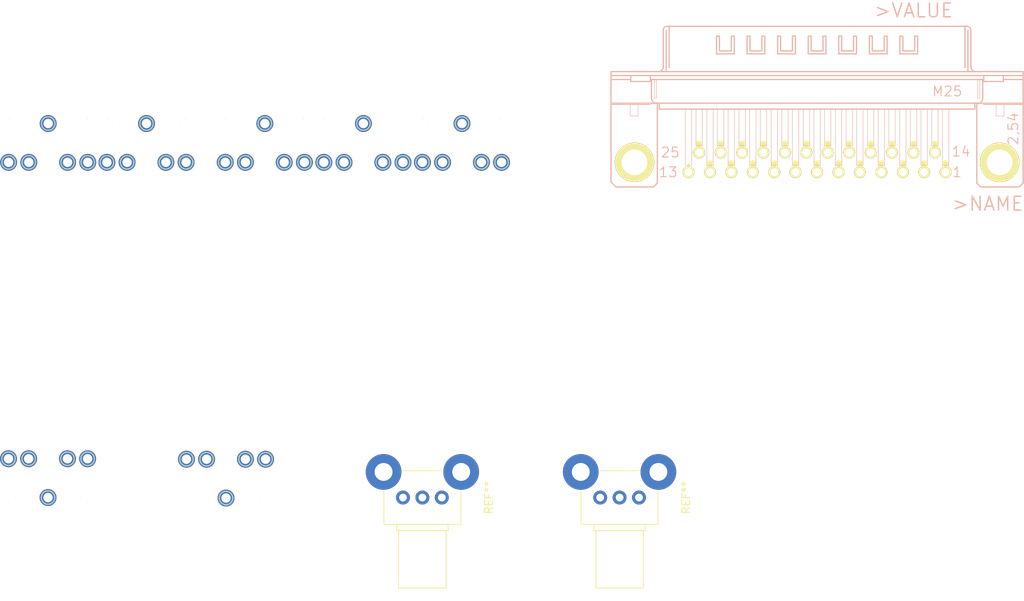
<source format=kicad_pcb>
(kicad_pcb (version 20171130) (host pcbnew 5.1.2-f72e74a~84~ubuntu16.04.1)

  (general
    (thickness 1.6)
    (drawings 0)
    (tracks 0)
    (zones 0)
    (modules 10)
    (nets 1)
  )

  (page A4)
  (layers
    (0 F.Cu signal)
    (31 B.Cu signal)
    (32 B.Adhes user)
    (33 F.Adhes user)
    (34 B.Paste user)
    (35 F.Paste user)
    (36 B.SilkS user)
    (37 F.SilkS user)
    (38 B.Mask user)
    (39 F.Mask user)
    (40 Dwgs.User user)
    (41 Cmts.User user)
    (42 Eco1.User user)
    (43 Eco2.User user)
    (44 Edge.Cuts user)
    (45 Margin user)
    (46 B.CrtYd user)
    (47 F.CrtYd user)
    (48 B.Fab user)
    (49 F.Fab user)
  )

  (setup
    (last_trace_width 0.25)
    (trace_clearance 0.2)
    (zone_clearance 0.508)
    (zone_45_only no)
    (trace_min 0.2)
    (via_size 0.8)
    (via_drill 0.4)
    (via_min_size 0.4)
    (via_min_drill 0.3)
    (uvia_size 0.3)
    (uvia_drill 0.1)
    (uvias_allowed no)
    (uvia_min_size 0.2)
    (uvia_min_drill 0.1)
    (edge_width 0.05)
    (segment_width 0.2)
    (pcb_text_width 0.3)
    (pcb_text_size 1.5 1.5)
    (mod_edge_width 0.12)
    (mod_text_size 1 1)
    (mod_text_width 0.15)
    (pad_size 1.524 1.524)
    (pad_drill 0.762)
    (pad_to_mask_clearance 0.051)
    (solder_mask_min_width 0.25)
    (aux_axis_origin 0 0)
    (visible_elements FFFFFF7F)
    (pcbplotparams
      (layerselection 0x010fc_ffffffff)
      (usegerberextensions false)
      (usegerberattributes false)
      (usegerberadvancedattributes false)
      (creategerberjobfile false)
      (excludeedgelayer true)
      (linewidth 0.100000)
      (plotframeref false)
      (viasonmask false)
      (mode 1)
      (useauxorigin false)
      (hpglpennumber 1)
      (hpglpenspeed 20)
      (hpglpendiameter 15.000000)
      (psnegative false)
      (psa4output false)
      (plotreference true)
      (plotvalue true)
      (plotinvisibletext false)
      (padsonsilk false)
      (subtractmaskfromsilk false)
      (outputformat 1)
      (mirror false)
      (drillshape 1)
      (scaleselection 1)
      (outputdirectory ""))
  )

  (net 0 "")

  (net_class Default "This is the default net class."
    (clearance 0.2)
    (trace_width 0.25)
    (via_dia 0.8)
    (via_drill 0.4)
    (uvia_dia 0.3)
    (uvia_drill 0.1)
  )

  (module Potentiometers:Potentiometer_Alps_RK09K_Vertical (layer F.Cu) (tedit 58826B08) (tstamp 5CDAC62C)
    (at 109.22 88.9 270)
    (descr "Potentiometer, vertically mounted, Omeg PC16PU, Omeg PC16PU, Omeg PC16PU, Vishay/Spectrol 248GJ/249GJ Single, Vishay/Spectrol 248GJ/249GJ Single, Vishay/Spectrol 248GJ/249GJ Single, Vishay/Spectrol 248GH/249GH Single, Vishay/Spectrol 148/149 Single, Vishay/Spectrol 148/149 Single, Vishay/Spectrol 148/149 Single, Vishay/Spectrol 148A/149A Single with mounting plates, Vishay/Spectrol 148/149 Double, Vishay/Spectrol 148A/149A Double with mounting plates, Piher PC-16 Single, Piher PC-16 Single, Piher PC-16 Single, Piher PC-16SV Single, Piher PC-16 Double, Piher PC-16 Triple, Piher T16H Single, Piher T16L Single, Piher T16H Double, Alps RK163 Single, Alps RK163 Double, Alps RK097 Single, Alps RK097 Double, Bourns PTV09A-2 Single with mounting sleve Single, Bourns PTV09A-1 with mounting sleve Single, Bourns PRS11S Single, Alps RK09K Single with mounting sleve Single, http://www.alps.com/prod/info/E/HTML/Potentiometer/RotaryPotentiometers/RK09K/RK09K1110A2S.html")
    (tags "Potentiometer vertical  Omeg PC16PU  Omeg PC16PU  Omeg PC16PU  Vishay/Spectrol 248GJ/249GJ Single  Vishay/Spectrol 248GJ/249GJ Single  Vishay/Spectrol 248GJ/249GJ Single  Vishay/Spectrol 248GH/249GH Single  Vishay/Spectrol 148/149 Single  Vishay/Spectrol 148/149 Single  Vishay/Spectrol 148/149 Single  Vishay/Spectrol 148A/149A Single with mounting plates  Vishay/Spectrol 148/149 Double  Vishay/Spectrol 148A/149A Double with mounting plates  Piher PC-16 Single  Piher PC-16 Single  Piher PC-16 Single  Piher PC-16SV Single  Piher PC-16 Double  Piher PC-16 Triple  Piher T16H Single  Piher T16L Single  Piher T16H Double  Alps RK163 Single  Alps RK163 Double  Alps RK097 Single  Alps RK097 Double  Bourns PTV09A-2 Single with mounting sleve Single  Bourns PTV09A-1 with mounting sleve Single  Bourns PRS11S Single  Alps RK09K Single with mounting sleve Single")
    (fp_text reference REF** (at 0 -11.05 90) (layer F.SilkS)
      (effects (font (size 1 1) (thickness 0.15)))
    )
    (fp_text value Potentiometer_Alps_RK09K_Vertical (at 0 6.05 90) (layer F.Fab)
      (effects (font (size 1 1) (thickness 0.15)))
    )
    (fp_line (start 11.85 -10.05) (end -5.85 -10.05) (layer F.CrtYd) (width 0.05))
    (fp_line (start 11.85 5.1) (end 11.85 -10.05) (layer F.CrtYd) (width 0.05))
    (fp_line (start -5.85 5.1) (end 11.85 5.1) (layer F.CrtYd) (width 0.05))
    (fp_line (start -5.85 -10.05) (end -5.85 5.1) (layer F.CrtYd) (width 0.05))
    (fp_line (start 11.66 -5.56) (end 11.66 0.56) (layer F.SilkS) (width 0.12))
    (fp_line (start 4.26 -5.56) (end 4.26 0.56) (layer F.SilkS) (width 0.12))
    (fp_line (start 4.26 0.56) (end 11.66 0.56) (layer F.SilkS) (width 0.12))
    (fp_line (start 4.26 -5.56) (end 11.66 -5.56) (layer F.SilkS) (width 0.12))
    (fp_line (start 4.26 -5.81) (end 4.26 0.81) (layer F.SilkS) (width 0.12))
    (fp_line (start 3.46 -5.81) (end 3.46 0.81) (layer F.SilkS) (width 0.12))
    (fp_line (start 3.46 0.81) (end 4.26 0.81) (layer F.SilkS) (width 0.12))
    (fp_line (start 3.46 -5.81) (end 4.26 -5.81) (layer F.SilkS) (width 0.12))
    (fp_line (start 3.46 -7.461) (end 3.46 2.46) (layer F.SilkS) (width 0.12))
    (fp_line (start -3.46 -5.005) (end -3.46 0.005) (layer F.SilkS) (width 0.12))
    (fp_line (start -0.805 2.46) (end 3.46 2.46) (layer F.SilkS) (width 0.12))
    (fp_line (start -0.805 -7.461) (end 3.46 -7.461) (layer F.SilkS) (width 0.12))
    (fp_line (start 11.6 -5.5) (end 4.2 -5.5) (layer F.Fab) (width 0.1))
    (fp_line (start 11.6 0.5) (end 11.6 -5.5) (layer F.Fab) (width 0.1))
    (fp_line (start 4.2 0.5) (end 11.6 0.5) (layer F.Fab) (width 0.1))
    (fp_line (start 4.2 -5.5) (end 4.2 0.5) (layer F.Fab) (width 0.1))
    (fp_line (start 4.2 -5.75) (end 3.4 -5.75) (layer F.Fab) (width 0.1))
    (fp_line (start 4.2 0.75) (end 4.2 -5.75) (layer F.Fab) (width 0.1))
    (fp_line (start 3.4 0.75) (end 4.2 0.75) (layer F.Fab) (width 0.1))
    (fp_line (start 3.4 -5.75) (end 3.4 0.75) (layer F.Fab) (width 0.1))
    (fp_line (start 3.4 -7.4) (end -3.4 -7.4) (layer F.Fab) (width 0.1))
    (fp_line (start 3.4 2.4) (end 3.4 -7.4) (layer F.Fab) (width 0.1))
    (fp_line (start -3.4 2.4) (end 3.4 2.4) (layer F.Fab) (width 0.1))
    (fp_line (start -3.4 -7.4) (end -3.4 2.4) (layer F.Fab) (width 0.1))
    (pad 0 thru_hole circle (at -3.3 2.5 270) (size 4.6 4.6) (drill 2.3) (layers *.Cu *.Mask))
    (pad 0 thru_hole circle (at -3.3 -7.5 270) (size 4.6 4.6) (drill 2.3) (layers *.Cu *.Mask))
    (pad 1 thru_hole circle (at 0 0 270) (size 1.8 1.8) (drill 1) (layers *.Cu *.Mask))
    (pad 2 thru_hole circle (at 0 -2.5 270) (size 1.8 1.8) (drill 1) (layers *.Cu *.Mask))
    (pad 3 thru_hole circle (at 0 -5 270) (size 1.8 1.8) (drill 1) (layers *.Cu *.Mask))
    (model Potentiometers.3dshapes/Potentiometer_Alps_RK09K_Vertical.wrl
      (at (xyz 0 0 0))
      (scale (xyz 0.393701 0.393701 0.393701))
      (rotate (xyz 0 0 0))
    )
  )

  (module Potentiometers:Potentiometer_Alps_RK09K_Vertical (layer F.Cu) (tedit 58826B08) (tstamp 5CDAC606)
    (at 83.82 88.9 270)
    (descr "Potentiometer, vertically mounted, Omeg PC16PU, Omeg PC16PU, Omeg PC16PU, Vishay/Spectrol 248GJ/249GJ Single, Vishay/Spectrol 248GJ/249GJ Single, Vishay/Spectrol 248GJ/249GJ Single, Vishay/Spectrol 248GH/249GH Single, Vishay/Spectrol 148/149 Single, Vishay/Spectrol 148/149 Single, Vishay/Spectrol 148/149 Single, Vishay/Spectrol 148A/149A Single with mounting plates, Vishay/Spectrol 148/149 Double, Vishay/Spectrol 148A/149A Double with mounting plates, Piher PC-16 Single, Piher PC-16 Single, Piher PC-16 Single, Piher PC-16SV Single, Piher PC-16 Double, Piher PC-16 Triple, Piher T16H Single, Piher T16L Single, Piher T16H Double, Alps RK163 Single, Alps RK163 Double, Alps RK097 Single, Alps RK097 Double, Bourns PTV09A-2 Single with mounting sleve Single, Bourns PTV09A-1 with mounting sleve Single, Bourns PRS11S Single, Alps RK09K Single with mounting sleve Single, http://www.alps.com/prod/info/E/HTML/Potentiometer/RotaryPotentiometers/RK09K/RK09K1110A2S.html")
    (tags "Potentiometer vertical  Omeg PC16PU  Omeg PC16PU  Omeg PC16PU  Vishay/Spectrol 248GJ/249GJ Single  Vishay/Spectrol 248GJ/249GJ Single  Vishay/Spectrol 248GJ/249GJ Single  Vishay/Spectrol 248GH/249GH Single  Vishay/Spectrol 148/149 Single  Vishay/Spectrol 148/149 Single  Vishay/Spectrol 148/149 Single  Vishay/Spectrol 148A/149A Single with mounting plates  Vishay/Spectrol 148/149 Double  Vishay/Spectrol 148A/149A Double with mounting plates  Piher PC-16 Single  Piher PC-16 Single  Piher PC-16 Single  Piher PC-16SV Single  Piher PC-16 Double  Piher PC-16 Triple  Piher T16H Single  Piher T16L Single  Piher T16H Double  Alps RK163 Single  Alps RK163 Double  Alps RK097 Single  Alps RK097 Double  Bourns PTV09A-2 Single with mounting sleve Single  Bourns PTV09A-1 with mounting sleve Single  Bourns PRS11S Single  Alps RK09K Single with mounting sleve Single")
    (fp_text reference REF** (at 0 -11.05 90) (layer F.SilkS)
      (effects (font (size 1 1) (thickness 0.15)))
    )
    (fp_text value Potentiometer_Alps_RK09K_Vertical (at 0 6.05 90) (layer F.Fab)
      (effects (font (size 1 1) (thickness 0.15)))
    )
    (fp_line (start -3.4 -7.4) (end -3.4 2.4) (layer F.Fab) (width 0.1))
    (fp_line (start -3.4 2.4) (end 3.4 2.4) (layer F.Fab) (width 0.1))
    (fp_line (start 3.4 2.4) (end 3.4 -7.4) (layer F.Fab) (width 0.1))
    (fp_line (start 3.4 -7.4) (end -3.4 -7.4) (layer F.Fab) (width 0.1))
    (fp_line (start 3.4 -5.75) (end 3.4 0.75) (layer F.Fab) (width 0.1))
    (fp_line (start 3.4 0.75) (end 4.2 0.75) (layer F.Fab) (width 0.1))
    (fp_line (start 4.2 0.75) (end 4.2 -5.75) (layer F.Fab) (width 0.1))
    (fp_line (start 4.2 -5.75) (end 3.4 -5.75) (layer F.Fab) (width 0.1))
    (fp_line (start 4.2 -5.5) (end 4.2 0.5) (layer F.Fab) (width 0.1))
    (fp_line (start 4.2 0.5) (end 11.6 0.5) (layer F.Fab) (width 0.1))
    (fp_line (start 11.6 0.5) (end 11.6 -5.5) (layer F.Fab) (width 0.1))
    (fp_line (start 11.6 -5.5) (end 4.2 -5.5) (layer F.Fab) (width 0.1))
    (fp_line (start -0.805 -7.461) (end 3.46 -7.461) (layer F.SilkS) (width 0.12))
    (fp_line (start -0.805 2.46) (end 3.46 2.46) (layer F.SilkS) (width 0.12))
    (fp_line (start -3.46 -5.005) (end -3.46 0.005) (layer F.SilkS) (width 0.12))
    (fp_line (start 3.46 -7.461) (end 3.46 2.46) (layer F.SilkS) (width 0.12))
    (fp_line (start 3.46 -5.81) (end 4.26 -5.81) (layer F.SilkS) (width 0.12))
    (fp_line (start 3.46 0.81) (end 4.26 0.81) (layer F.SilkS) (width 0.12))
    (fp_line (start 3.46 -5.81) (end 3.46 0.81) (layer F.SilkS) (width 0.12))
    (fp_line (start 4.26 -5.81) (end 4.26 0.81) (layer F.SilkS) (width 0.12))
    (fp_line (start 4.26 -5.56) (end 11.66 -5.56) (layer F.SilkS) (width 0.12))
    (fp_line (start 4.26 0.56) (end 11.66 0.56) (layer F.SilkS) (width 0.12))
    (fp_line (start 4.26 -5.56) (end 4.26 0.56) (layer F.SilkS) (width 0.12))
    (fp_line (start 11.66 -5.56) (end 11.66 0.56) (layer F.SilkS) (width 0.12))
    (fp_line (start -5.85 -10.05) (end -5.85 5.1) (layer F.CrtYd) (width 0.05))
    (fp_line (start -5.85 5.1) (end 11.85 5.1) (layer F.CrtYd) (width 0.05))
    (fp_line (start 11.85 5.1) (end 11.85 -10.05) (layer F.CrtYd) (width 0.05))
    (fp_line (start 11.85 -10.05) (end -5.85 -10.05) (layer F.CrtYd) (width 0.05))
    (pad 3 thru_hole circle (at 0 -5 270) (size 1.8 1.8) (drill 1) (layers *.Cu *.Mask))
    (pad 2 thru_hole circle (at 0 -2.5 270) (size 1.8 1.8) (drill 1) (layers *.Cu *.Mask))
    (pad 1 thru_hole circle (at 0 0 270) (size 1.8 1.8) (drill 1) (layers *.Cu *.Mask))
    (pad 0 thru_hole circle (at -3.3 -7.5 270) (size 4.6 4.6) (drill 2.3) (layers *.Cu *.Mask))
    (pad 0 thru_hole circle (at -3.3 2.5 270) (size 4.6 4.6) (drill 2.3) (layers *.Cu *.Mask))
    (model Potentiometers.3dshapes/Potentiometer_Alps_RK09K_Vertical.wrl
      (at (xyz 0 0 0))
      (scale (xyz 0.393701 0.393701 0.393701))
      (rotate (xyz 0 0 0))
    )
  )

  (module 8Bitmixtape_reworked:AUDIO-Jack_3.5mm_5Pin (layer F.Cu) (tedit 5C813D87) (tstamp 5CDAC0FB)
    (at 91.42222 40.72128 270)
    (descr "KIT FOOTPRINT FOR 1/8\" AUDIO JACK.")
    (tags "KIT FOOTPRINT FOR 1/8\" AUDIO JACK.")
    (attr virtual)
    (fp_text reference Jack2 (at -0.254 -2.7432 90) (layer Dwgs.User)
      (effects (font (size 0.4064 0.4064) (thickness 0.0254)))
    )
    (fp_text value JACK_TRS_6PINS (at -0.0508 -1.4732 90) (layer Dwgs.User)
      (effects (font (size 0.4064 0.4064) (thickness 0.0254)))
    )
    (fp_line (start 7.49808 -5.99948) (end 7.49808 5.99948) (layer Eco2.User) (width 0.2032))
    (fp_line (start -4.49834 -4.49834) (end -4.49834 -2.99974) (layer Eco2.User) (width 0.2032))
    (fp_line (start -4.49834 2.99974) (end -4.49834 4.49834) (layer Eco2.User) (width 0.2032))
    (fp_line (start -4.49834 4.49834) (end -3.49758 4.49834) (layer Eco2.User) (width 0.2032))
    (fp_line (start -4.49834 -4.49834) (end -3.49758 -4.49834) (layer Eco2.User) (width 0.2032))
    (fp_line (start -6.49986 -2.99974) (end -6.49986 2.99974) (layer Eco2.User) (width 0.2032))
    (fp_line (start -6.49986 2.99974) (end -4.49834 2.99974) (layer Eco2.User) (width 0.2032))
    (fp_line (start -6.49986 -2.99974) (end -4.49834 -2.99974) (layer Eco2.User) (width 0.2032))
    (fp_line (start -3.49758 -5.99948) (end 3.49758 -5.99948) (layer Eco2.User) (width 0.2032))
    (fp_line (start 7.49808 -5.99948) (end 6.49986 -5.99948) (layer Eco2.User) (width 0.2032))
    (fp_line (start -3.49758 -5.99948) (end -3.49758 5.99948) (layer Eco2.User) (width 0.2032))
    (fp_line (start -3.49758 5.99948) (end 3.49758 5.99948) (layer Eco2.User) (width 0.2032))
    (fp_line (start 7.49808 5.99948) (end 6.49986 5.99948) (layer Eco2.User) (width 0.2032))
    (fp_circle (center 0 0) (end -0.3302 0.3302) (layer F.SilkS) (width 0.1))
    (fp_circle (center 4.99872 -5.09778) (end 5.32892 -5.42798) (layer F.SilkS) (width 0.1))
    (fp_circle (center 4.99872 -2.49936) (end 5.32892 -2.82956) (layer F.SilkS) (width 0.1))
    (fp_circle (center 4.99872 2.49936) (end 5.32892 2.82956) (layer F.SilkS) (width 0.1))
    (fp_circle (center 4.99872 5.09778) (end 5.32892 5.42798) (layer F.SilkS) (width 0.1))
    (fp_circle (center 0 0) (end -0.6096 0.6096) (layer F.SilkS) (width 0.1))
    (fp_circle (center 4.99872 -5.09778) (end 5.60832 -5.70738) (layer F.SilkS) (width 0.1))
    (fp_circle (center 4.99872 5.09778) (end 5.60832 5.70738) (layer F.SilkS) (width 0.1))
    (fp_circle (center 4.99872 2.49936) (end 5.60832 3.10896) (layer F.SilkS) (width 0.1))
    (fp_circle (center 4.99872 -2.49936) (end 5.60832 -3.10896) (layer F.SilkS) (width 0.1))
    (fp_circle (center 0.04064 -4.99872) (end -0.25908 -5.29844) (layer F.SilkS) (width 0.127))
    (fp_line (start -0.5588 -4.99872) (end 0.64008 -4.99872) (layer F.SilkS) (width 0.127))
    (fp_line (start 0.04064 -4.39928) (end 0.04064 -5.59816) (layer F.SilkS) (width 0.127))
    (fp_circle (center 0.04064 4.99872) (end -0.25908 5.29844) (layer F.SilkS) (width 0.127))
    (fp_line (start -0.5588 4.99872) (end 0.64008 4.99872) (layer F.SilkS) (width 0.127))
    (fp_line (start 0.04064 5.59816) (end 0.04064 4.39928) (layer F.SilkS) (width 0.127))
    (pad 3 thru_hole circle (at 4.99872 -5.09778 270) (size 2.18186 2.18186) (drill 1.2) (layers *.Cu *.Mask)
      (solder_mask_margin 0.01))
    (pad 6 thru_hole circle (at 4.99872 -2.49936 270) (size 2.18186 2.18186) (drill 1.2) (layers *.Cu *.Mask)
      (solder_mask_margin 0.01))
    (pad 1 thru_hole circle (at 0 0 270) (size 2.18186 2.18186) (drill 1.2) (layers *.Cu *.Mask)
      (solder_mask_margin 0.01))
    (pad 2 thru_hole circle (at 4.99872 5.09778 270) (size 2.18186 2.18186) (drill 1.2) (layers *.Cu *.Mask)
      (solder_mask_margin 0.01))
    (pad 5 thru_hole circle (at 4.99872 2.49936 270) (size 2.18186 2.18186) (drill 1.2) (layers *.Cu *.Mask)
      (solder_mask_margin 0.01))
    (pad "" np_thru_hole circle (at 0.0635 -5.0165 270) (size 1.2 1.2) (drill 1.2) (layers *.Cu *.Mask)
      (solder_mask_margin 0.01))
    (pad "" np_thru_hole circle (at 0.0635 5.0165 270) (size 1.2 1.2) (drill 1.2) (layers *.Cu *.Mask)
      (solder_mask_margin 0.01))
  )

  (module 8Bitmixtape_reworked:AUDIO-Jack_3.5mm_5Pin (layer F.Cu) (tedit 5C813D87) (tstamp 5CDAC011)
    (at 78.72222 40.72128 270)
    (descr "KIT FOOTPRINT FOR 1/8\" AUDIO JACK.")
    (tags "KIT FOOTPRINT FOR 1/8\" AUDIO JACK.")
    (attr virtual)
    (fp_text reference Jack2 (at -0.254 -2.7432 90) (layer Dwgs.User)
      (effects (font (size 0.4064 0.4064) (thickness 0.0254)))
    )
    (fp_text value JACK_TRS_6PINS (at -0.0508 -1.4732 90) (layer Dwgs.User)
      (effects (font (size 0.4064 0.4064) (thickness 0.0254)))
    )
    (fp_line (start 0.04064 5.59816) (end 0.04064 4.39928) (layer F.SilkS) (width 0.127))
    (fp_line (start -0.5588 4.99872) (end 0.64008 4.99872) (layer F.SilkS) (width 0.127))
    (fp_circle (center 0.04064 4.99872) (end -0.25908 5.29844) (layer F.SilkS) (width 0.127))
    (fp_line (start 0.04064 -4.39928) (end 0.04064 -5.59816) (layer F.SilkS) (width 0.127))
    (fp_line (start -0.5588 -4.99872) (end 0.64008 -4.99872) (layer F.SilkS) (width 0.127))
    (fp_circle (center 0.04064 -4.99872) (end -0.25908 -5.29844) (layer F.SilkS) (width 0.127))
    (fp_circle (center 4.99872 -2.49936) (end 5.60832 -3.10896) (layer F.SilkS) (width 0.1))
    (fp_circle (center 4.99872 2.49936) (end 5.60832 3.10896) (layer F.SilkS) (width 0.1))
    (fp_circle (center 4.99872 5.09778) (end 5.60832 5.70738) (layer F.SilkS) (width 0.1))
    (fp_circle (center 4.99872 -5.09778) (end 5.60832 -5.70738) (layer F.SilkS) (width 0.1))
    (fp_circle (center 0 0) (end -0.6096 0.6096) (layer F.SilkS) (width 0.1))
    (fp_circle (center 4.99872 5.09778) (end 5.32892 5.42798) (layer F.SilkS) (width 0.1))
    (fp_circle (center 4.99872 2.49936) (end 5.32892 2.82956) (layer F.SilkS) (width 0.1))
    (fp_circle (center 4.99872 -2.49936) (end 5.32892 -2.82956) (layer F.SilkS) (width 0.1))
    (fp_circle (center 4.99872 -5.09778) (end 5.32892 -5.42798) (layer F.SilkS) (width 0.1))
    (fp_circle (center 0 0) (end -0.3302 0.3302) (layer F.SilkS) (width 0.1))
    (fp_line (start 7.49808 5.99948) (end 6.49986 5.99948) (layer Eco2.User) (width 0.2032))
    (fp_line (start -3.49758 5.99948) (end 3.49758 5.99948) (layer Eco2.User) (width 0.2032))
    (fp_line (start -3.49758 -5.99948) (end -3.49758 5.99948) (layer Eco2.User) (width 0.2032))
    (fp_line (start 7.49808 -5.99948) (end 6.49986 -5.99948) (layer Eco2.User) (width 0.2032))
    (fp_line (start -3.49758 -5.99948) (end 3.49758 -5.99948) (layer Eco2.User) (width 0.2032))
    (fp_line (start -6.49986 -2.99974) (end -4.49834 -2.99974) (layer Eco2.User) (width 0.2032))
    (fp_line (start -6.49986 2.99974) (end -4.49834 2.99974) (layer Eco2.User) (width 0.2032))
    (fp_line (start -6.49986 -2.99974) (end -6.49986 2.99974) (layer Eco2.User) (width 0.2032))
    (fp_line (start -4.49834 -4.49834) (end -3.49758 -4.49834) (layer Eco2.User) (width 0.2032))
    (fp_line (start -4.49834 4.49834) (end -3.49758 4.49834) (layer Eco2.User) (width 0.2032))
    (fp_line (start -4.49834 2.99974) (end -4.49834 4.49834) (layer Eco2.User) (width 0.2032))
    (fp_line (start -4.49834 -4.49834) (end -4.49834 -2.99974) (layer Eco2.User) (width 0.2032))
    (fp_line (start 7.49808 -5.99948) (end 7.49808 5.99948) (layer Eco2.User) (width 0.2032))
    (pad "" np_thru_hole circle (at 0.0635 5.0165 270) (size 1.2 1.2) (drill 1.2) (layers *.Cu *.Mask)
      (solder_mask_margin 0.01))
    (pad "" np_thru_hole circle (at 0.0635 -5.0165 270) (size 1.2 1.2) (drill 1.2) (layers *.Cu *.Mask)
      (solder_mask_margin 0.01))
    (pad 5 thru_hole circle (at 4.99872 2.49936 270) (size 2.18186 2.18186) (drill 1.2) (layers *.Cu *.Mask)
      (solder_mask_margin 0.01))
    (pad 2 thru_hole circle (at 4.99872 5.09778 270) (size 2.18186 2.18186) (drill 1.2) (layers *.Cu *.Mask)
      (solder_mask_margin 0.01))
    (pad 1 thru_hole circle (at 0 0 270) (size 2.18186 2.18186) (drill 1.2) (layers *.Cu *.Mask)
      (solder_mask_margin 0.01))
    (pad 6 thru_hole circle (at 4.99872 -2.49936 270) (size 2.18186 2.18186) (drill 1.2) (layers *.Cu *.Mask)
      (solder_mask_margin 0.01))
    (pad 3 thru_hole circle (at 4.99872 -5.09778 270) (size 2.18186 2.18186) (drill 1.2) (layers *.Cu *.Mask)
      (solder_mask_margin 0.01))
  )

  (module 8Bitmixtape_reworked:AUDIO-Jack_3.5mm_5Pin (layer F.Cu) (tedit 5C813D87) (tstamp 5CDABFC3)
    (at 66.02222 40.72128 270)
    (descr "KIT FOOTPRINT FOR 1/8\" AUDIO JACK.")
    (tags "KIT FOOTPRINT FOR 1/8\" AUDIO JACK.")
    (attr virtual)
    (fp_text reference Jack2 (at -0.254 -2.7432 90) (layer Dwgs.User)
      (effects (font (size 0.4064 0.4064) (thickness 0.0254)))
    )
    (fp_text value JACK_TRS_6PINS (at -0.0508 -1.4732 90) (layer Dwgs.User)
      (effects (font (size 0.4064 0.4064) (thickness 0.0254)))
    )
    (fp_line (start 7.49808 -5.99948) (end 7.49808 5.99948) (layer Eco2.User) (width 0.2032))
    (fp_line (start -4.49834 -4.49834) (end -4.49834 -2.99974) (layer Eco2.User) (width 0.2032))
    (fp_line (start -4.49834 2.99974) (end -4.49834 4.49834) (layer Eco2.User) (width 0.2032))
    (fp_line (start -4.49834 4.49834) (end -3.49758 4.49834) (layer Eco2.User) (width 0.2032))
    (fp_line (start -4.49834 -4.49834) (end -3.49758 -4.49834) (layer Eco2.User) (width 0.2032))
    (fp_line (start -6.49986 -2.99974) (end -6.49986 2.99974) (layer Eco2.User) (width 0.2032))
    (fp_line (start -6.49986 2.99974) (end -4.49834 2.99974) (layer Eco2.User) (width 0.2032))
    (fp_line (start -6.49986 -2.99974) (end -4.49834 -2.99974) (layer Eco2.User) (width 0.2032))
    (fp_line (start -3.49758 -5.99948) (end 3.49758 -5.99948) (layer Eco2.User) (width 0.2032))
    (fp_line (start 7.49808 -5.99948) (end 6.49986 -5.99948) (layer Eco2.User) (width 0.2032))
    (fp_line (start -3.49758 -5.99948) (end -3.49758 5.99948) (layer Eco2.User) (width 0.2032))
    (fp_line (start -3.49758 5.99948) (end 3.49758 5.99948) (layer Eco2.User) (width 0.2032))
    (fp_line (start 7.49808 5.99948) (end 6.49986 5.99948) (layer Eco2.User) (width 0.2032))
    (fp_circle (center 0 0) (end -0.3302 0.3302) (layer F.SilkS) (width 0.1))
    (fp_circle (center 4.99872 -5.09778) (end 5.32892 -5.42798) (layer F.SilkS) (width 0.1))
    (fp_circle (center 4.99872 -2.49936) (end 5.32892 -2.82956) (layer F.SilkS) (width 0.1))
    (fp_circle (center 4.99872 2.49936) (end 5.32892 2.82956) (layer F.SilkS) (width 0.1))
    (fp_circle (center 4.99872 5.09778) (end 5.32892 5.42798) (layer F.SilkS) (width 0.1))
    (fp_circle (center 0 0) (end -0.6096 0.6096) (layer F.SilkS) (width 0.1))
    (fp_circle (center 4.99872 -5.09778) (end 5.60832 -5.70738) (layer F.SilkS) (width 0.1))
    (fp_circle (center 4.99872 5.09778) (end 5.60832 5.70738) (layer F.SilkS) (width 0.1))
    (fp_circle (center 4.99872 2.49936) (end 5.60832 3.10896) (layer F.SilkS) (width 0.1))
    (fp_circle (center 4.99872 -2.49936) (end 5.60832 -3.10896) (layer F.SilkS) (width 0.1))
    (fp_circle (center 0.04064 -4.99872) (end -0.25908 -5.29844) (layer F.SilkS) (width 0.127))
    (fp_line (start -0.5588 -4.99872) (end 0.64008 -4.99872) (layer F.SilkS) (width 0.127))
    (fp_line (start 0.04064 -4.39928) (end 0.04064 -5.59816) (layer F.SilkS) (width 0.127))
    (fp_circle (center 0.04064 4.99872) (end -0.25908 5.29844) (layer F.SilkS) (width 0.127))
    (fp_line (start -0.5588 4.99872) (end 0.64008 4.99872) (layer F.SilkS) (width 0.127))
    (fp_line (start 0.04064 5.59816) (end 0.04064 4.39928) (layer F.SilkS) (width 0.127))
    (pad 3 thru_hole circle (at 4.99872 -5.09778 270) (size 2.18186 2.18186) (drill 1.2) (layers *.Cu *.Mask)
      (solder_mask_margin 0.01))
    (pad 6 thru_hole circle (at 4.99872 -2.49936 270) (size 2.18186 2.18186) (drill 1.2) (layers *.Cu *.Mask)
      (solder_mask_margin 0.01))
    (pad 1 thru_hole circle (at 0 0 270) (size 2.18186 2.18186) (drill 1.2) (layers *.Cu *.Mask)
      (solder_mask_margin 0.01))
    (pad 2 thru_hole circle (at 4.99872 5.09778 270) (size 2.18186 2.18186) (drill 1.2) (layers *.Cu *.Mask)
      (solder_mask_margin 0.01))
    (pad 5 thru_hole circle (at 4.99872 2.49936 270) (size 2.18186 2.18186) (drill 1.2) (layers *.Cu *.Mask)
      (solder_mask_margin 0.01))
    (pad "" np_thru_hole circle (at 0.0635 -5.0165 270) (size 1.2 1.2) (drill 1.2) (layers *.Cu *.Mask)
      (solder_mask_margin 0.01))
    (pad "" np_thru_hole circle (at 0.0635 5.0165 270) (size 1.2 1.2) (drill 1.2) (layers *.Cu *.Mask)
      (solder_mask_margin 0.01))
  )

  (module 8Bitmixtape_reworked:AUDIO-Jack_3.5mm_5Pin (layer F.Cu) (tedit 5C813D87) (tstamp 5CDABF75)
    (at 50.78222 40.72128 270)
    (descr "KIT FOOTPRINT FOR 1/8\" AUDIO JACK.")
    (tags "KIT FOOTPRINT FOR 1/8\" AUDIO JACK.")
    (attr virtual)
    (fp_text reference Jack2 (at -0.254 -2.7432 90) (layer Dwgs.User)
      (effects (font (size 0.4064 0.4064) (thickness 0.0254)))
    )
    (fp_text value JACK_TRS_6PINS (at -0.0508 -1.4732 90) (layer Dwgs.User)
      (effects (font (size 0.4064 0.4064) (thickness 0.0254)))
    )
    (fp_line (start 0.04064 5.59816) (end 0.04064 4.39928) (layer F.SilkS) (width 0.127))
    (fp_line (start -0.5588 4.99872) (end 0.64008 4.99872) (layer F.SilkS) (width 0.127))
    (fp_circle (center 0.04064 4.99872) (end -0.25908 5.29844) (layer F.SilkS) (width 0.127))
    (fp_line (start 0.04064 -4.39928) (end 0.04064 -5.59816) (layer F.SilkS) (width 0.127))
    (fp_line (start -0.5588 -4.99872) (end 0.64008 -4.99872) (layer F.SilkS) (width 0.127))
    (fp_circle (center 0.04064 -4.99872) (end -0.25908 -5.29844) (layer F.SilkS) (width 0.127))
    (fp_circle (center 4.99872 -2.49936) (end 5.60832 -3.10896) (layer F.SilkS) (width 0.1))
    (fp_circle (center 4.99872 2.49936) (end 5.60832 3.10896) (layer F.SilkS) (width 0.1))
    (fp_circle (center 4.99872 5.09778) (end 5.60832 5.70738) (layer F.SilkS) (width 0.1))
    (fp_circle (center 4.99872 -5.09778) (end 5.60832 -5.70738) (layer F.SilkS) (width 0.1))
    (fp_circle (center 0 0) (end -0.6096 0.6096) (layer F.SilkS) (width 0.1))
    (fp_circle (center 4.99872 5.09778) (end 5.32892 5.42798) (layer F.SilkS) (width 0.1))
    (fp_circle (center 4.99872 2.49936) (end 5.32892 2.82956) (layer F.SilkS) (width 0.1))
    (fp_circle (center 4.99872 -2.49936) (end 5.32892 -2.82956) (layer F.SilkS) (width 0.1))
    (fp_circle (center 4.99872 -5.09778) (end 5.32892 -5.42798) (layer F.SilkS) (width 0.1))
    (fp_circle (center 0 0) (end -0.3302 0.3302) (layer F.SilkS) (width 0.1))
    (fp_line (start 7.49808 5.99948) (end 6.49986 5.99948) (layer Eco2.User) (width 0.2032))
    (fp_line (start -3.49758 5.99948) (end 3.49758 5.99948) (layer Eco2.User) (width 0.2032))
    (fp_line (start -3.49758 -5.99948) (end -3.49758 5.99948) (layer Eco2.User) (width 0.2032))
    (fp_line (start 7.49808 -5.99948) (end 6.49986 -5.99948) (layer Eco2.User) (width 0.2032))
    (fp_line (start -3.49758 -5.99948) (end 3.49758 -5.99948) (layer Eco2.User) (width 0.2032))
    (fp_line (start -6.49986 -2.99974) (end -4.49834 -2.99974) (layer Eco2.User) (width 0.2032))
    (fp_line (start -6.49986 2.99974) (end -4.49834 2.99974) (layer Eco2.User) (width 0.2032))
    (fp_line (start -6.49986 -2.99974) (end -6.49986 2.99974) (layer Eco2.User) (width 0.2032))
    (fp_line (start -4.49834 -4.49834) (end -3.49758 -4.49834) (layer Eco2.User) (width 0.2032))
    (fp_line (start -4.49834 4.49834) (end -3.49758 4.49834) (layer Eco2.User) (width 0.2032))
    (fp_line (start -4.49834 2.99974) (end -4.49834 4.49834) (layer Eco2.User) (width 0.2032))
    (fp_line (start -4.49834 -4.49834) (end -4.49834 -2.99974) (layer Eco2.User) (width 0.2032))
    (fp_line (start 7.49808 -5.99948) (end 7.49808 5.99948) (layer Eco2.User) (width 0.2032))
    (pad "" np_thru_hole circle (at 0.0635 5.0165 270) (size 1.2 1.2) (drill 1.2) (layers *.Cu *.Mask)
      (solder_mask_margin 0.01))
    (pad "" np_thru_hole circle (at 0.0635 -5.0165 270) (size 1.2 1.2) (drill 1.2) (layers *.Cu *.Mask)
      (solder_mask_margin 0.01))
    (pad 5 thru_hole circle (at 4.99872 2.49936 270) (size 2.18186 2.18186) (drill 1.2) (layers *.Cu *.Mask)
      (solder_mask_margin 0.01))
    (pad 2 thru_hole circle (at 4.99872 5.09778 270) (size 2.18186 2.18186) (drill 1.2) (layers *.Cu *.Mask)
      (solder_mask_margin 0.01))
    (pad 1 thru_hole circle (at 0 0 270) (size 2.18186 2.18186) (drill 1.2) (layers *.Cu *.Mask)
      (solder_mask_margin 0.01))
    (pad 6 thru_hole circle (at 4.99872 -2.49936 270) (size 2.18186 2.18186) (drill 1.2) (layers *.Cu *.Mask)
      (solder_mask_margin 0.01))
    (pad 3 thru_hole circle (at 4.99872 -5.09778 270) (size 2.18186 2.18186) (drill 1.2) (layers *.Cu *.Mask)
      (solder_mask_margin 0.01))
  )

  (module 8Bitmixtape_reworked:AUDIO-Jack_3.5mm_5Pin (layer F.Cu) (tedit 5C813D87) (tstamp 5CDABF27)
    (at 38.11778 40.72128 270)
    (descr "KIT FOOTPRINT FOR 1/8\" AUDIO JACK.")
    (tags "KIT FOOTPRINT FOR 1/8\" AUDIO JACK.")
    (attr virtual)
    (fp_text reference Jack2 (at -0.254 -2.7432 90) (layer Dwgs.User)
      (effects (font (size 0.4064 0.4064) (thickness 0.0254)))
    )
    (fp_text value JACK_TRS_6PINS (at -0.0508 -1.4732 90) (layer Dwgs.User)
      (effects (font (size 0.4064 0.4064) (thickness 0.0254)))
    )
    (fp_line (start 7.49808 -5.99948) (end 7.49808 5.99948) (layer Eco2.User) (width 0.2032))
    (fp_line (start -4.49834 -4.49834) (end -4.49834 -2.99974) (layer Eco2.User) (width 0.2032))
    (fp_line (start -4.49834 2.99974) (end -4.49834 4.49834) (layer Eco2.User) (width 0.2032))
    (fp_line (start -4.49834 4.49834) (end -3.49758 4.49834) (layer Eco2.User) (width 0.2032))
    (fp_line (start -4.49834 -4.49834) (end -3.49758 -4.49834) (layer Eco2.User) (width 0.2032))
    (fp_line (start -6.49986 -2.99974) (end -6.49986 2.99974) (layer Eco2.User) (width 0.2032))
    (fp_line (start -6.49986 2.99974) (end -4.49834 2.99974) (layer Eco2.User) (width 0.2032))
    (fp_line (start -6.49986 -2.99974) (end -4.49834 -2.99974) (layer Eco2.User) (width 0.2032))
    (fp_line (start -3.49758 -5.99948) (end 3.49758 -5.99948) (layer Eco2.User) (width 0.2032))
    (fp_line (start 7.49808 -5.99948) (end 6.49986 -5.99948) (layer Eco2.User) (width 0.2032))
    (fp_line (start -3.49758 -5.99948) (end -3.49758 5.99948) (layer Eco2.User) (width 0.2032))
    (fp_line (start -3.49758 5.99948) (end 3.49758 5.99948) (layer Eco2.User) (width 0.2032))
    (fp_line (start 7.49808 5.99948) (end 6.49986 5.99948) (layer Eco2.User) (width 0.2032))
    (fp_circle (center 0 0) (end -0.3302 0.3302) (layer F.SilkS) (width 0.1))
    (fp_circle (center 4.99872 -5.09778) (end 5.32892 -5.42798) (layer F.SilkS) (width 0.1))
    (fp_circle (center 4.99872 -2.49936) (end 5.32892 -2.82956) (layer F.SilkS) (width 0.1))
    (fp_circle (center 4.99872 2.49936) (end 5.32892 2.82956) (layer F.SilkS) (width 0.1))
    (fp_circle (center 4.99872 5.09778) (end 5.32892 5.42798) (layer F.SilkS) (width 0.1))
    (fp_circle (center 0 0) (end -0.6096 0.6096) (layer F.SilkS) (width 0.1))
    (fp_circle (center 4.99872 -5.09778) (end 5.60832 -5.70738) (layer F.SilkS) (width 0.1))
    (fp_circle (center 4.99872 5.09778) (end 5.60832 5.70738) (layer F.SilkS) (width 0.1))
    (fp_circle (center 4.99872 2.49936) (end 5.60832 3.10896) (layer F.SilkS) (width 0.1))
    (fp_circle (center 4.99872 -2.49936) (end 5.60832 -3.10896) (layer F.SilkS) (width 0.1))
    (fp_circle (center 0.04064 -4.99872) (end -0.25908 -5.29844) (layer F.SilkS) (width 0.127))
    (fp_line (start -0.5588 -4.99872) (end 0.64008 -4.99872) (layer F.SilkS) (width 0.127))
    (fp_line (start 0.04064 -4.39928) (end 0.04064 -5.59816) (layer F.SilkS) (width 0.127))
    (fp_circle (center 0.04064 4.99872) (end -0.25908 5.29844) (layer F.SilkS) (width 0.127))
    (fp_line (start -0.5588 4.99872) (end 0.64008 4.99872) (layer F.SilkS) (width 0.127))
    (fp_line (start 0.04064 5.59816) (end 0.04064 4.39928) (layer F.SilkS) (width 0.127))
    (pad 3 thru_hole circle (at 4.99872 -5.09778 270) (size 2.18186 2.18186) (drill 1.2) (layers *.Cu *.Mask)
      (solder_mask_margin 0.01))
    (pad 6 thru_hole circle (at 4.99872 -2.49936 270) (size 2.18186 2.18186) (drill 1.2) (layers *.Cu *.Mask)
      (solder_mask_margin 0.01))
    (pad 1 thru_hole circle (at 0 0 270) (size 2.18186 2.18186) (drill 1.2) (layers *.Cu *.Mask)
      (solder_mask_margin 0.01))
    (pad 2 thru_hole circle (at 4.99872 5.09778 270) (size 2.18186 2.18186) (drill 1.2) (layers *.Cu *.Mask)
      (solder_mask_margin 0.01))
    (pad 5 thru_hole circle (at 4.99872 2.49936 270) (size 2.18186 2.18186) (drill 1.2) (layers *.Cu *.Mask)
      (solder_mask_margin 0.01))
    (pad "" np_thru_hole circle (at 0.0635 -5.0165 270) (size 1.2 1.2) (drill 1.2) (layers *.Cu *.Mask)
      (solder_mask_margin 0.01))
    (pad "" np_thru_hole circle (at 0.0635 5.0165 270) (size 1.2 1.2) (drill 1.2) (layers *.Cu *.Mask)
      (solder_mask_margin 0.01))
  )

  (module 8Bitmixtape_reworked:AUDIO-Jack_3.5mm_5Pin (layer F.Cu) (tedit 5C813D87) (tstamp 5CDABE15)
    (at 38.1 88.9 90)
    (descr "KIT FOOTPRINT FOR 1/8\" AUDIO JACK.")
    (tags "KIT FOOTPRINT FOR 1/8\" AUDIO JACK.")
    (attr virtual)
    (fp_text reference Jack2 (at -0.254 -2.7432 90) (layer Dwgs.User)
      (effects (font (size 0.4064 0.4064) (thickness 0.0254)))
    )
    (fp_text value JACK_TRS_6PINS (at -0.0508 -1.4732 90) (layer Dwgs.User)
      (effects (font (size 0.4064 0.4064) (thickness 0.0254)))
    )
    (fp_line (start 7.49808 -5.99948) (end 7.49808 5.99948) (layer Eco2.User) (width 0.2032))
    (fp_line (start -4.49834 -4.49834) (end -4.49834 -2.99974) (layer Eco2.User) (width 0.2032))
    (fp_line (start -4.49834 2.99974) (end -4.49834 4.49834) (layer Eco2.User) (width 0.2032))
    (fp_line (start -4.49834 4.49834) (end -3.49758 4.49834) (layer Eco2.User) (width 0.2032))
    (fp_line (start -4.49834 -4.49834) (end -3.49758 -4.49834) (layer Eco2.User) (width 0.2032))
    (fp_line (start -6.49986 -2.99974) (end -6.49986 2.99974) (layer Eco2.User) (width 0.2032))
    (fp_line (start -6.49986 2.99974) (end -4.49834 2.99974) (layer Eco2.User) (width 0.2032))
    (fp_line (start -6.49986 -2.99974) (end -4.49834 -2.99974) (layer Eco2.User) (width 0.2032))
    (fp_line (start -3.49758 -5.99948) (end 3.49758 -5.99948) (layer Eco2.User) (width 0.2032))
    (fp_line (start 7.49808 -5.99948) (end 6.49986 -5.99948) (layer Eco2.User) (width 0.2032))
    (fp_line (start -3.49758 -5.99948) (end -3.49758 5.99948) (layer Eco2.User) (width 0.2032))
    (fp_line (start -3.49758 5.99948) (end 3.49758 5.99948) (layer Eco2.User) (width 0.2032))
    (fp_line (start 7.49808 5.99948) (end 6.49986 5.99948) (layer Eco2.User) (width 0.2032))
    (fp_circle (center 0 0) (end -0.3302 0.3302) (layer F.SilkS) (width 0.1))
    (fp_circle (center 4.99872 -5.09778) (end 5.32892 -5.42798) (layer F.SilkS) (width 0.1))
    (fp_circle (center 4.99872 -2.49936) (end 5.32892 -2.82956) (layer F.SilkS) (width 0.1))
    (fp_circle (center 4.99872 2.49936) (end 5.32892 2.82956) (layer F.SilkS) (width 0.1))
    (fp_circle (center 4.99872 5.09778) (end 5.32892 5.42798) (layer F.SilkS) (width 0.1))
    (fp_circle (center 0 0) (end -0.6096 0.6096) (layer F.SilkS) (width 0.1))
    (fp_circle (center 4.99872 -5.09778) (end 5.60832 -5.70738) (layer F.SilkS) (width 0.1))
    (fp_circle (center 4.99872 5.09778) (end 5.60832 5.70738) (layer F.SilkS) (width 0.1))
    (fp_circle (center 4.99872 2.49936) (end 5.60832 3.10896) (layer F.SilkS) (width 0.1))
    (fp_circle (center 4.99872 -2.49936) (end 5.60832 -3.10896) (layer F.SilkS) (width 0.1))
    (fp_circle (center 0.04064 -4.99872) (end -0.25908 -5.29844) (layer F.SilkS) (width 0.127))
    (fp_line (start -0.5588 -4.99872) (end 0.64008 -4.99872) (layer F.SilkS) (width 0.127))
    (fp_line (start 0.04064 -4.39928) (end 0.04064 -5.59816) (layer F.SilkS) (width 0.127))
    (fp_circle (center 0.04064 4.99872) (end -0.25908 5.29844) (layer F.SilkS) (width 0.127))
    (fp_line (start -0.5588 4.99872) (end 0.64008 4.99872) (layer F.SilkS) (width 0.127))
    (fp_line (start 0.04064 5.59816) (end 0.04064 4.39928) (layer F.SilkS) (width 0.127))
    (pad 3 thru_hole circle (at 4.99872 -5.09778 90) (size 2.18186 2.18186) (drill 1.2) (layers *.Cu *.Mask)
      (solder_mask_margin 0.01))
    (pad 6 thru_hole circle (at 4.99872 -2.49936 90) (size 2.18186 2.18186) (drill 1.2) (layers *.Cu *.Mask)
      (solder_mask_margin 0.01))
    (pad 1 thru_hole circle (at 0 0 90) (size 2.18186 2.18186) (drill 1.2) (layers *.Cu *.Mask)
      (solder_mask_margin 0.01))
    (pad 2 thru_hole circle (at 4.99872 5.09778 90) (size 2.18186 2.18186) (drill 1.2) (layers *.Cu *.Mask)
      (solder_mask_margin 0.01))
    (pad 5 thru_hole circle (at 4.99872 2.49936 90) (size 2.18186 2.18186) (drill 1.2) (layers *.Cu *.Mask)
      (solder_mask_margin 0.01))
    (pad "" np_thru_hole circle (at 0.0635 -5.0165 90) (size 1.2 1.2) (drill 1.2) (layers *.Cu *.Mask)
      (solder_mask_margin 0.01))
    (pad "" np_thru_hole circle (at 0.0635 5.0165 90) (size 1.2 1.2) (drill 1.2) (layers *.Cu *.Mask)
      (solder_mask_margin 0.01))
  )

  (module 8Bitmixtape_reworked:AUDIO-Jack_3.5mm_5Pin (layer F.Cu) (tedit 5C813D87) (tstamp 5CDAB9D2)
    (at 61.0235 88.9635 90)
    (descr "KIT FOOTPRINT FOR 1/8\" AUDIO JACK.")
    (tags "KIT FOOTPRINT FOR 1/8\" AUDIO JACK.")
    (attr virtual)
    (fp_text reference Jack2 (at -0.254 -2.7432 90) (layer Dwgs.User)
      (effects (font (size 0.4064 0.4064) (thickness 0.0254)))
    )
    (fp_text value JACK_TRS_6PINS (at -0.0508 -1.4732 90) (layer Dwgs.User)
      (effects (font (size 0.4064 0.4064) (thickness 0.0254)))
    )
    (fp_line (start 0.04064 5.59816) (end 0.04064 4.39928) (layer F.SilkS) (width 0.127))
    (fp_line (start -0.5588 4.99872) (end 0.64008 4.99872) (layer F.SilkS) (width 0.127))
    (fp_circle (center 0.04064 4.99872) (end -0.25908 5.29844) (layer F.SilkS) (width 0.127))
    (fp_line (start 0.04064 -4.39928) (end 0.04064 -5.59816) (layer F.SilkS) (width 0.127))
    (fp_line (start -0.5588 -4.99872) (end 0.64008 -4.99872) (layer F.SilkS) (width 0.127))
    (fp_circle (center 0.04064 -4.99872) (end -0.25908 -5.29844) (layer F.SilkS) (width 0.127))
    (fp_circle (center 4.99872 -2.49936) (end 5.60832 -3.10896) (layer F.SilkS) (width 0.1))
    (fp_circle (center 4.99872 2.49936) (end 5.60832 3.10896) (layer F.SilkS) (width 0.1))
    (fp_circle (center 4.99872 5.09778) (end 5.60832 5.70738) (layer F.SilkS) (width 0.1))
    (fp_circle (center 4.99872 -5.09778) (end 5.60832 -5.70738) (layer F.SilkS) (width 0.1))
    (fp_circle (center 0 0) (end -0.6096 0.6096) (layer F.SilkS) (width 0.1))
    (fp_circle (center 4.99872 5.09778) (end 5.32892 5.42798) (layer F.SilkS) (width 0.1))
    (fp_circle (center 4.99872 2.49936) (end 5.32892 2.82956) (layer F.SilkS) (width 0.1))
    (fp_circle (center 4.99872 -2.49936) (end 5.32892 -2.82956) (layer F.SilkS) (width 0.1))
    (fp_circle (center 4.99872 -5.09778) (end 5.32892 -5.42798) (layer F.SilkS) (width 0.1))
    (fp_circle (center 0 0) (end -0.3302 0.3302) (layer F.SilkS) (width 0.1))
    (fp_line (start 7.49808 5.99948) (end 6.49986 5.99948) (layer Eco2.User) (width 0.2032))
    (fp_line (start -3.49758 5.99948) (end 3.49758 5.99948) (layer Eco2.User) (width 0.2032))
    (fp_line (start -3.49758 -5.99948) (end -3.49758 5.99948) (layer Eco2.User) (width 0.2032))
    (fp_line (start 7.49808 -5.99948) (end 6.49986 -5.99948) (layer Eco2.User) (width 0.2032))
    (fp_line (start -3.49758 -5.99948) (end 3.49758 -5.99948) (layer Eco2.User) (width 0.2032))
    (fp_line (start -6.49986 -2.99974) (end -4.49834 -2.99974) (layer Eco2.User) (width 0.2032))
    (fp_line (start -6.49986 2.99974) (end -4.49834 2.99974) (layer Eco2.User) (width 0.2032))
    (fp_line (start -6.49986 -2.99974) (end -6.49986 2.99974) (layer Eco2.User) (width 0.2032))
    (fp_line (start -4.49834 -4.49834) (end -3.49758 -4.49834) (layer Eco2.User) (width 0.2032))
    (fp_line (start -4.49834 4.49834) (end -3.49758 4.49834) (layer Eco2.User) (width 0.2032))
    (fp_line (start -4.49834 2.99974) (end -4.49834 4.49834) (layer Eco2.User) (width 0.2032))
    (fp_line (start -4.49834 -4.49834) (end -4.49834 -2.99974) (layer Eco2.User) (width 0.2032))
    (fp_line (start 7.49808 -5.99948) (end 7.49808 5.99948) (layer Eco2.User) (width 0.2032))
    (pad "" np_thru_hole circle (at 0.0635 5.0165 90) (size 1.2 1.2) (drill 1.2) (layers *.Cu *.Mask)
      (solder_mask_margin 0.01))
    (pad "" np_thru_hole circle (at 0.0635 -5.0165 90) (size 1.2 1.2) (drill 1.2) (layers *.Cu *.Mask)
      (solder_mask_margin 0.01))
    (pad 5 thru_hole circle (at 4.99872 2.49936 90) (size 2.18186 2.18186) (drill 1.2) (layers *.Cu *.Mask)
      (solder_mask_margin 0.01))
    (pad 2 thru_hole circle (at 4.99872 5.09778 90) (size 2.18186 2.18186) (drill 1.2) (layers *.Cu *.Mask)
      (solder_mask_margin 0.01))
    (pad 1 thru_hole circle (at 0 0 90) (size 2.18186 2.18186) (drill 1.2) (layers *.Cu *.Mask)
      (solder_mask_margin 0.01))
    (pad 6 thru_hole circle (at 4.99872 -2.49936 90) (size 2.18186 2.18186) (drill 1.2) (layers *.Cu *.Mask)
      (solder_mask_margin 0.01))
    (pad 3 thru_hole circle (at 4.99872 -5.09778 90) (size 2.18186 2.18186) (drill 1.2) (layers *.Cu *.Mask)
      (solder_mask_margin 0.01))
  )

  (module SparkFun-Connectors:M25HP locked (layer F.Cu) (tedit 200000) (tstamp 5CDAA497)
    (at 137.16 45.72 180)
    (descr SUB-D)
    (tags SUB-D)
    (attr virtual)
    (fp_text reference >NAME (at -21.971 -5.334) (layer B.SilkS)
      (effects (font (size 1.778 1.778) (thickness 0.1778)))
    )
    (fp_text value >VALUE (at -12.446 19.558) (layer B.SilkS)
      (effects (font (size 1.778 1.778) (thickness 0.1778)))
    )
    (fp_text user M25 (at -16.764 9.144) (layer B.SilkS)
      (effects (font (size 1.27 1.27) (thickness 0.127)))
    )
    (fp_text user 2,54 (at -25.273 4.318 90) (layer B.SilkS)
      (effects (font (size 1.27 1.27) (thickness 0.127)))
    )
    (fp_text user 25 (at 18.923 1.27) (layer B.SilkS)
      (effects (font (size 1.27 1.27) (thickness 0.127)))
    )
    (fp_text user 14 (at -18.542 1.397) (layer B.SilkS)
      (effects (font (size 1.27 1.27) (thickness 0.127)))
    )
    (fp_text user 13 (at 19.177 -1.27) (layer B.SilkS)
      (effects (font (size 1.27 1.27) (thickness 0.127)))
    )
    (fp_text user 1 (at -18.034 -1.27) (layer B.SilkS)
      (effects (font (size 1.27 1.27) (thickness 0.127)))
    )
    (fp_arc (start 20.447 12.319) (end 19.812 12.319) (angle 90) (layer B.SilkS) (width 0.1524))
    (fp_arc (start -20.447 12.319) (end -20.447 11.684) (angle 90) (layer B.SilkS) (width 0.1524))
    (fp_arc (start -20.69846 8.255) (end -21.336 8.255) (angle 90) (layer B.SilkS) (width 0.1524))
    (fp_arc (start 20.69846 8.255) (end 20.69846 7.62) (angle 90) (layer B.SilkS) (width 0.1524))
    (fp_arc (start -19.304 17.018) (end -19.304 17.52346) (angle 90) (layer B.SilkS) (width 0.1524))
    (fp_arc (start 19.304 17.018) (end 19.812 17.018) (angle 90) (layer B.SilkS) (width 0.1524))
    (fp_circle (center -23.5204 0) (end -24.3459 0.8255) (layer B.SilkS) (width 0.0762))
    (fp_circle (center 23.5204 0) (end 24.3459 0.8255) (layer B.SilkS) (width 0.0762))
    (fp_line (start 19.05 17.52346) (end -19.05 17.52346) (layer B.SilkS) (width 0.1524))
    (fp_line (start 19.05 12.192) (end 19.05 17.52346) (layer B.SilkS) (width 0.1524))
    (fp_line (start -19.05 17.52346) (end -19.304 17.52346) (layer B.SilkS) (width 0.1524))
    (fp_line (start -19.05 12.192) (end -19.05 17.52346) (layer B.SilkS) (width 0.1524))
    (fp_line (start 10.668 16.256) (end 10.668 13.97) (layer B.SilkS) (width 0.1524))
    (fp_line (start 11.049 16.256) (end 10.668 16.256) (layer B.SilkS) (width 0.1524))
    (fp_line (start 11.049 14.34846) (end 11.049 16.256) (layer B.SilkS) (width 0.1524))
    (fp_line (start 12.573 14.34846) (end 11.049 14.34846) (layer B.SilkS) (width 0.1524))
    (fp_line (start 12.573 16.256) (end 12.573 14.34846) (layer B.SilkS) (width 0.1524))
    (fp_line (start 12.954 16.256) (end 12.573 16.256) (layer B.SilkS) (width 0.1524))
    (fp_line (start 12.954 13.97) (end 12.954 16.256) (layer B.SilkS) (width 0.1524))
    (fp_line (start 10.668 13.97) (end 12.954 13.97) (layer B.SilkS) (width 0.1524))
    (fp_line (start -12.954 16.256) (end -12.954 13.97) (layer B.SilkS) (width 0.1524))
    (fp_line (start -12.573 16.256) (end -12.954 16.256) (layer B.SilkS) (width 0.1524))
    (fp_line (start -12.573 14.34846) (end -12.573 16.256) (layer B.SilkS) (width 0.1524))
    (fp_line (start -11.049 14.34846) (end -12.573 14.34846) (layer B.SilkS) (width 0.1524))
    (fp_line (start -11.049 16.256) (end -11.049 14.34846) (layer B.SilkS) (width 0.1524))
    (fp_line (start -10.668 16.256) (end -11.049 16.256) (layer B.SilkS) (width 0.1524))
    (fp_line (start -10.668 13.97) (end -10.668 16.256) (layer B.SilkS) (width 0.1524))
    (fp_line (start -12.954 13.97) (end -10.668 13.97) (layer B.SilkS) (width 0.1524))
    (fp_line (start -16.5608 -1.143) (end -16.5608 -0.127) (layer F.SilkS) (width 0.8128))
    (fp_line (start -15.1892 1.3716) (end -15.1892 2.3876) (layer F.SilkS) (width 0.8128))
    (fp_line (start -12.4206 1.3716) (end -12.4206 2.3876) (layer F.SilkS) (width 0.8128))
    (fp_line (start -13.7922 -1.143) (end -13.7922 -0.127) (layer F.SilkS) (width 0.8128))
    (fp_line (start 15.1892 1.397) (end 15.1892 2.413) (layer F.SilkS) (width 0.8128))
    (fp_line (start 16.5608 -1.143) (end 16.5608 -0.127) (layer F.SilkS) (width 0.1524))
    (fp_line (start 12.4206 1.397) (end 12.4206 2.413) (layer F.SilkS) (width 0.8128))
    (fp_line (start 13.7922 -1.143) (end 13.7922 -0.127) (layer F.SilkS) (width 0.8128))
    (fp_line (start 11.049 -1.143) (end 11.049 -0.127) (layer F.SilkS) (width 0.8128))
    (fp_line (start 9.652 1.397) (end 9.652 2.413) (layer F.SilkS) (width 0.8128))
    (fp_line (start 6.731 16.256) (end 6.731 13.97) (layer B.SilkS) (width 0.1524))
    (fp_line (start 7.112 16.256) (end 6.731 16.256) (layer B.SilkS) (width 0.1524))
    (fp_line (start 7.112 14.34846) (end 7.112 16.256) (layer B.SilkS) (width 0.1524))
    (fp_line (start 8.636 14.34846) (end 7.112 14.34846) (layer B.SilkS) (width 0.1524))
    (fp_line (start 8.636 16.256) (end 8.636 14.34846) (layer B.SilkS) (width 0.1524))
    (fp_line (start 9.017 16.256) (end 8.636 16.256) (layer B.SilkS) (width 0.1524))
    (fp_line (start 9.017 13.97) (end 9.017 16.256) (layer B.SilkS) (width 0.1524))
    (fp_line (start 6.731 13.97) (end 9.017 13.97) (layer B.SilkS) (width 0.1524))
    (fp_line (start -9.017 16.256) (end -9.017 13.97) (layer B.SilkS) (width 0.1524))
    (fp_line (start -8.636 16.256) (end -9.017 16.256) (layer B.SilkS) (width 0.1524))
    (fp_line (start -8.636 14.34846) (end -8.636 16.256) (layer B.SilkS) (width 0.1524))
    (fp_line (start -7.112 14.34846) (end -8.636 14.34846) (layer B.SilkS) (width 0.1524))
    (fp_line (start -7.112 16.256) (end -7.112 14.34846) (layer B.SilkS) (width 0.1524))
    (fp_line (start -6.731 16.256) (end -7.112 16.256) (layer B.SilkS) (width 0.1524))
    (fp_line (start -6.731 13.97) (end -6.731 16.256) (layer B.SilkS) (width 0.1524))
    (fp_line (start -9.017 13.97) (end -6.731 13.97) (layer B.SilkS) (width 0.1524))
    (fp_line (start 8.2804 -1.143) (end 8.2804 -0.127) (layer F.SilkS) (width 0.8128))
    (fp_line (start 6.9088 1.397) (end 6.9088 2.413) (layer F.SilkS) (width 0.8128))
    (fp_line (start 5.5118 -1.143) (end 5.5118 -0.127) (layer F.SilkS) (width 0.8128))
    (fp_line (start 4.1402 1.397) (end 4.1402 2.413) (layer F.SilkS) (width 0.8128))
    (fp_line (start -11.049 -1.143) (end -11.049 -0.127) (layer F.SilkS) (width 0.8128))
    (fp_line (start -9.652 1.3716) (end -9.652 2.3876) (layer F.SilkS) (width 0.8128))
    (fp_line (start 19.812 12.319) (end 19.812 17.018) (layer B.SilkS) (width 0.1524))
    (fp_line (start 26.543 11.684) (end 19.431 11.684) (layer B.SilkS) (width 0.1524))
    (fp_line (start -19.812 12.319) (end -19.812 17.018) (layer B.SilkS) (width 0.1524))
    (fp_line (start -19.431 11.684) (end -26.543 11.684) (layer B.SilkS) (width 0.1524))
    (fp_line (start -21.463 7.62) (end -26.543 7.62) (layer B.SilkS) (width 0.1524))
    (fp_line (start -21.463 7.493) (end -21.463 7.62) (layer B.SilkS) (width 0.1524))
    (fp_line (start 2.794 16.256) (end 2.794 13.97) (layer B.SilkS) (width 0.1524))
    (fp_line (start 3.175 16.256) (end 2.794 16.256) (layer B.SilkS) (width 0.1524))
    (fp_line (start 3.175 14.34846) (end 3.175 16.256) (layer B.SilkS) (width 0.1524))
    (fp_line (start 4.699 14.34846) (end 3.175 14.34846) (layer B.SilkS) (width 0.1524))
    (fp_line (start 4.699 16.256) (end 4.699 14.34846) (layer B.SilkS) (width 0.1524))
    (fp_line (start 5.08 16.256) (end 4.699 16.256) (layer B.SilkS) (width 0.1524))
    (fp_line (start 5.08 13.97) (end 5.08 16.256) (layer B.SilkS) (width 0.1524))
    (fp_line (start 2.794 13.97) (end 5.08 13.97) (layer B.SilkS) (width 0.1524))
    (fp_line (start -1.143 16.256) (end -1.143 13.97) (layer B.SilkS) (width 0.1524))
    (fp_line (start -0.762 16.256) (end -1.143 16.256) (layer B.SilkS) (width 0.1524))
    (fp_line (start -0.762 14.34846) (end -0.762 16.256) (layer B.SilkS) (width 0.1524))
    (fp_line (start 0.762 14.34846) (end -0.762 14.34846) (layer B.SilkS) (width 0.1524))
    (fp_line (start 0.762 16.256) (end 0.762 14.34846) (layer B.SilkS) (width 0.1524))
    (fp_line (start 1.143 16.256) (end 0.762 16.256) (layer B.SilkS) (width 0.1524))
    (fp_line (start 1.143 13.97) (end 1.143 16.256) (layer B.SilkS) (width 0.1524))
    (fp_line (start -1.143 13.97) (end 1.143 13.97) (layer B.SilkS) (width 0.1524))
    (fp_line (start -5.08 16.256) (end -5.08 13.97) (layer B.SilkS) (width 0.1524))
    (fp_line (start -4.699 16.256) (end -5.08 16.256) (layer B.SilkS) (width 0.1524))
    (fp_line (start -4.699 14.34846) (end -4.699 16.256) (layer B.SilkS) (width 0.1524))
    (fp_line (start -3.175 14.34846) (end -4.699 14.34846) (layer B.SilkS) (width 0.1524))
    (fp_line (start -3.175 16.256) (end -3.175 14.34846) (layer B.SilkS) (width 0.1524))
    (fp_line (start -2.794 16.256) (end -3.175 16.256) (layer B.SilkS) (width 0.1524))
    (fp_line (start -2.794 13.97) (end -2.794 16.256) (layer B.SilkS) (width 0.1524))
    (fp_line (start -5.08 13.97) (end -2.794 13.97) (layer B.SilkS) (width 0.1524))
    (fp_line (start -8.2804 -1.143) (end -8.2804 -0.127) (layer F.SilkS) (width 0.8128))
    (fp_line (start -6.9088 1.397) (end -6.9088 2.413) (layer F.SilkS) (width 0.8128))
    (fp_line (start -5.5118 -1.143) (end -5.5118 -0.127) (layer F.SilkS) (width 0.8128))
    (fp_line (start -4.1402 1.397) (end -4.1402 2.413) (layer F.SilkS) (width 0.8128))
    (fp_line (start -1.3716 1.397) (end -1.3716 2.413) (layer F.SilkS) (width 0.8128))
    (fp_line (start 1.3716 1.397) (end 1.3716 2.413) (layer F.SilkS) (width 0.8128))
    (fp_line (start 2.7686 -1.143) (end 2.7686 -0.127) (layer F.SilkS) (width 0.8128))
    (fp_line (start 0 -1.143) (end 0 -0.127) (layer F.SilkS) (width 0.8128))
    (fp_line (start -2.7686 -1.143) (end -2.7686 -0.127) (layer F.SilkS) (width 0.8128))
    (fp_line (start -26.543 -2.667) (end -26.543 7.493) (layer B.SilkS) (width 0.1524))
    (fp_line (start -26.035 -3.175) (end -26.543 -2.667) (layer B.SilkS) (width 0.1524))
    (fp_line (start -21.082 -3.175) (end -26.035 -3.175) (layer B.SilkS) (width 0.1524))
    (fp_line (start -20.574 -2.667) (end -21.082 -3.175) (layer B.SilkS) (width 0.1524))
    (fp_line (start -20.574 -2.667) (end -20.574 7.62) (layer B.SilkS) (width 0.1524))
    (fp_line (start 20.574 -2.667) (end 20.574 7.62) (layer B.SilkS) (width 0.1524))
    (fp_line (start 21.082 -3.175) (end 20.574 -2.667) (layer B.SilkS) (width 0.1524))
    (fp_line (start 21.082 -3.175) (end 25.908 -3.175) (layer B.SilkS) (width 0.1524))
    (fp_line (start 26.543 -2.54) (end 26.543 7.493) (layer B.SilkS) (width 0.1524))
    (fp_line (start 25.908 -3.175) (end 26.543 -2.54) (layer B.SilkS) (width 0.1524))
    (fp_line (start -21.336 10.668) (end -21.463 10.668) (layer B.SilkS) (width 0.1524))
    (fp_line (start -21.336 8.255) (end -21.336 10.668) (layer B.SilkS) (width 0.1524))
    (fp_line (start -21.463 10.668) (end -21.463 11.176) (layer B.SilkS) (width 0.1524))
    (fp_line (start -21.463 10.414) (end -21.463 10.668) (layer B.SilkS) (width 0.1524))
    (fp_line (start -21.463 11.176) (end -24.003 11.176) (layer B.SilkS) (width 0.1524))
    (fp_line (start 21.463 11.176) (end -21.463 11.176) (layer B.SilkS) (width 0.1524))
    (fp_line (start -24.003 10.668) (end -24.003 10.414) (layer B.SilkS) (width 0.1524))
    (fp_line (start -21.463 10.414) (end -24.003 10.414) (layer B.SilkS) (width 0.1524))
    (fp_line (start -24.003 11.176) (end -26.543 11.176) (layer B.SilkS) (width 0.1524))
    (fp_line (start -24.003 10.668) (end -26.543 10.668) (layer B.SilkS) (width 0.1524))
    (fp_line (start -24.003 10.668) (end -24.003 11.176) (layer B.SilkS) (width 0.1524))
    (fp_line (start -21.463 7.493) (end -26.543 7.493) (layer B.SilkS) (width 0.1524))
    (fp_line (start -20.574 7.62) (end -21.463 7.62) (layer B.SilkS) (width 0.1524))
    (fp_line (start -20.32 7.62) (end -20.574 7.62) (layer B.SilkS) (width 0.1524))
    (fp_line (start -20.32 7.62) (end -20.32 6.858) (layer B.SilkS) (width 0.1524))
    (fp_line (start 20.32 6.858) (end -20.32 6.858) (layer B.SilkS) (width 0.1524))
    (fp_line (start 20.32 7.62) (end -20.32 7.62) (layer B.SilkS) (width 0.1524))
    (fp_line (start 20.32 7.62) (end 20.32 6.858) (layer B.SilkS) (width 0.1524))
    (fp_line (start 21.336 8.255) (end 21.336 10.668) (layer B.SilkS) (width 0.1524))
    (fp_line (start 20.574 7.62) (end 20.32 7.62) (layer B.SilkS) (width 0.1524))
    (fp_line (start 21.463 7.62) (end 20.574 7.62) (layer B.SilkS) (width 0.1524))
    (fp_line (start 21.336 10.668) (end -21.336 10.668) (layer B.SilkS) (width 0.1524))
    (fp_line (start 21.463 10.668) (end 21.336 10.668) (layer B.SilkS) (width 0.1524))
    (fp_line (start 21.463 7.493) (end 21.463 7.62) (layer B.SilkS) (width 0.1524))
    (fp_line (start 26.543 7.493) (end 21.463 7.493) (layer B.SilkS) (width 0.1524))
    (fp_line (start 21.463 10.668) (end 21.463 11.176) (layer B.SilkS) (width 0.1524))
    (fp_line (start 21.463 10.414) (end 21.463 10.668) (layer B.SilkS) (width 0.1524))
    (fp_line (start 24.003 10.668) (end 24.003 10.414) (layer B.SilkS) (width 0.1524))
    (fp_line (start 24.003 10.668) (end 24.003 11.176) (layer B.SilkS) (width 0.1524))
    (fp_line (start 24.003 11.176) (end 21.463 11.176) (layer B.SilkS) (width 0.1524))
    (fp_line (start 26.543 11.176) (end 24.003 11.176) (layer B.SilkS) (width 0.1524))
    (fp_line (start 24.003 10.414) (end 21.463 10.414) (layer B.SilkS) (width 0.1524))
    (fp_line (start -26.543 7.62) (end -26.543 7.493) (layer B.SilkS) (width 0.1524))
    (fp_line (start -26.543 10.668) (end -26.543 7.62) (layer B.SilkS) (width 0.1524))
    (fp_line (start -26.543 11.176) (end -26.543 10.668) (layer B.SilkS) (width 0.1524))
    (fp_line (start -26.543 11.684) (end -26.543 11.176) (layer B.SilkS) (width 0.1524))
    (fp_line (start 26.543 11.176) (end 26.543 11.684) (layer B.SilkS) (width 0.1524))
    (fp_line (start 26.543 10.668) (end 26.543 11.176) (layer B.SilkS) (width 0.1524))
    (fp_line (start 26.543 10.668) (end 24.003 10.668) (layer B.SilkS) (width 0.1524))
    (fp_line (start 26.543 7.62) (end 26.543 7.493) (layer B.SilkS) (width 0.1524))
    (fp_line (start 26.543 7.62) (end 26.543 10.668) (layer B.SilkS) (width 0.1524))
    (fp_line (start 26.543 7.62) (end 21.463 7.62) (layer B.SilkS) (width 0.1524))
    (fp_line (start -19.431 11.684) (end -19.431 17.018) (layer B.SilkS) (width 0.1524))
    (fp_line (start 19.431 11.684) (end -19.431 11.684) (layer B.SilkS) (width 0.1524))
    (fp_line (start 19.431 11.684) (end 19.431 17.018) (layer B.SilkS) (width 0.1524))
    (fp_line (start 19.304 17.52346) (end 19.05 17.52346) (layer B.SilkS) (width 0.1524))
    (fp_line (start 16.1544 6.858) (end 16.1544 -0.381) (layer B.SilkS) (width 0.06604))
    (fp_line (start 16.1544 -0.381) (end 16.9672 -0.381) (layer B.SilkS) (width 0.06604))
    (fp_line (start 16.9672 6.858) (end 16.9672 -0.381) (layer B.SilkS) (width 0.06604))
    (fp_line (start 16.1544 6.858) (end 16.9672 6.858) (layer B.SilkS) (width 0.06604))
    (fp_line (start 14.7828 6.858) (end 14.7828 2.159) (layer B.SilkS) (width 0.06604))
    (fp_line (start 14.7828 2.159) (end 15.5956 2.159) (layer B.SilkS) (width 0.06604))
    (fp_line (start 15.5956 6.858) (end 15.5956 2.159) (layer B.SilkS) (width 0.06604))
    (fp_line (start 14.7828 6.858) (end 15.5956 6.858) (layer B.SilkS) (width 0.06604))
    (fp_line (start 13.3858 6.858) (end 13.3858 -0.381) (layer B.SilkS) (width 0.06604))
    (fp_line (start 13.3858 -0.381) (end 14.1986 -0.381) (layer B.SilkS) (width 0.06604))
    (fp_line (start 14.1986 6.858) (end 14.1986 -0.381) (layer B.SilkS) (width 0.06604))
    (fp_line (start 13.3858 6.858) (end 14.1986 6.858) (layer B.SilkS) (width 0.06604))
    (fp_line (start 12.0142 6.858) (end 12.0142 2.159) (layer B.SilkS) (width 0.06604))
    (fp_line (start 12.0142 2.159) (end 12.827 2.159) (layer B.SilkS) (width 0.06604))
    (fp_line (start 12.827 6.858) (end 12.827 2.159) (layer B.SilkS) (width 0.06604))
    (fp_line (start 12.0142 6.858) (end 12.827 6.858) (layer B.SilkS) (width 0.06604))
    (fp_line (start 10.6426 6.858) (end 10.6426 -0.381) (layer B.SilkS) (width 0.06604))
    (fp_line (start 10.6426 -0.381) (end 11.4554 -0.381) (layer B.SilkS) (width 0.06604))
    (fp_line (start 11.4554 6.858) (end 11.4554 -0.381) (layer B.SilkS) (width 0.06604))
    (fp_line (start 10.6426 6.858) (end 11.4554 6.858) (layer B.SilkS) (width 0.06604))
    (fp_line (start 9.2456 6.858) (end 9.2456 2.159) (layer B.SilkS) (width 0.06604))
    (fp_line (start 9.2456 2.159) (end 10.0584 2.159) (layer B.SilkS) (width 0.06604))
    (fp_line (start 10.0584 6.858) (end 10.0584 2.159) (layer B.SilkS) (width 0.06604))
    (fp_line (start 9.2456 6.858) (end 10.0584 6.858) (layer B.SilkS) (width 0.06604))
    (fp_line (start 7.874 6.858) (end 7.874 -0.381) (layer B.SilkS) (width 0.06604))
    (fp_line (start 7.874 -0.381) (end 8.6868 -0.381) (layer B.SilkS) (width 0.06604))
    (fp_line (start 8.6868 6.858) (end 8.6868 -0.381) (layer B.SilkS) (width 0.06604))
    (fp_line (start 7.874 6.858) (end 8.6868 6.858) (layer B.SilkS) (width 0.06604))
    (fp_line (start 6.5024 6.858) (end 6.5024 2.159) (layer B.SilkS) (width 0.06604))
    (fp_line (start 6.5024 2.159) (end 7.3152 2.159) (layer B.SilkS) (width 0.06604))
    (fp_line (start 7.3152 6.858) (end 7.3152 2.159) (layer B.SilkS) (width 0.06604))
    (fp_line (start 6.5024 6.858) (end 7.3152 6.858) (layer B.SilkS) (width 0.06604))
    (fp_line (start 5.1054 6.858) (end 5.1054 -0.381) (layer B.SilkS) (width 0.06604))
    (fp_line (start 5.1054 -0.381) (end 5.9182 -0.381) (layer B.SilkS) (width 0.06604))
    (fp_line (start 5.9182 6.858) (end 5.9182 -0.381) (layer B.SilkS) (width 0.06604))
    (fp_line (start 5.1054 6.858) (end 5.9182 6.858) (layer B.SilkS) (width 0.06604))
    (fp_line (start 3.7338 6.858) (end 3.7338 2.159) (layer B.SilkS) (width 0.06604))
    (fp_line (start 3.7338 2.159) (end 4.5466 2.159) (layer B.SilkS) (width 0.06604))
    (fp_line (start 4.5466 6.858) (end 4.5466 2.159) (layer B.SilkS) (width 0.06604))
    (fp_line (start 3.7338 6.858) (end 4.5466 6.858) (layer B.SilkS) (width 0.06604))
    (fp_line (start 2.3622 6.858) (end 2.3622 -0.381) (layer B.SilkS) (width 0.06604))
    (fp_line (start 2.3622 -0.381) (end 3.175 -0.381) (layer B.SilkS) (width 0.06604))
    (fp_line (start 3.175 6.858) (end 3.175 -0.381) (layer B.SilkS) (width 0.06604))
    (fp_line (start 2.3622 6.858) (end 3.175 6.858) (layer B.SilkS) (width 0.06604))
    (fp_line (start 0.9652 6.858) (end 0.9652 2.159) (layer B.SilkS) (width 0.06604))
    (fp_line (start 0.9652 2.159) (end 1.778 2.159) (layer B.SilkS) (width 0.06604))
    (fp_line (start 1.778 6.858) (end 1.778 2.159) (layer B.SilkS) (width 0.06604))
    (fp_line (start 0.9652 6.858) (end 1.778 6.858) (layer B.SilkS) (width 0.06604))
    (fp_line (start -0.4064 6.858) (end -0.4064 -0.381) (layer B.SilkS) (width 0.06604))
    (fp_line (start -0.4064 -0.381) (end 0.4064 -0.381) (layer B.SilkS) (width 0.06604))
    (fp_line (start 0.4064 6.858) (end 0.4064 -0.381) (layer B.SilkS) (width 0.06604))
    (fp_line (start -0.4064 6.858) (end 0.4064 6.858) (layer B.SilkS) (width 0.06604))
    (fp_line (start -1.778 6.858) (end -1.778 2.159) (layer B.SilkS) (width 0.06604))
    (fp_line (start -1.778 2.159) (end -0.9652 2.159) (layer B.SilkS) (width 0.06604))
    (fp_line (start -0.9652 6.858) (end -0.9652 2.159) (layer B.SilkS) (width 0.06604))
    (fp_line (start -1.778 6.858) (end -0.9652 6.858) (layer B.SilkS) (width 0.06604))
    (fp_line (start -3.175 6.858) (end -3.175 -0.381) (layer B.SilkS) (width 0.06604))
    (fp_line (start -3.175 -0.381) (end -2.3622 -0.381) (layer B.SilkS) (width 0.06604))
    (fp_line (start -2.3622 6.858) (end -2.3622 -0.381) (layer B.SilkS) (width 0.06604))
    (fp_line (start -3.175 6.858) (end -2.3622 6.858) (layer B.SilkS) (width 0.06604))
    (fp_line (start -4.5466 6.858) (end -4.5466 2.159) (layer B.SilkS) (width 0.06604))
    (fp_line (start -4.5466 2.159) (end -3.7338 2.159) (layer B.SilkS) (width 0.06604))
    (fp_line (start -3.7338 6.858) (end -3.7338 2.159) (layer B.SilkS) (width 0.06604))
    (fp_line (start -4.5466 6.858) (end -3.7338 6.858) (layer B.SilkS) (width 0.06604))
    (fp_line (start -5.9182 6.858) (end -5.9182 -0.381) (layer B.SilkS) (width 0.06604))
    (fp_line (start -5.9182 -0.381) (end -5.1054 -0.381) (layer B.SilkS) (width 0.06604))
    (fp_line (start -5.1054 6.858) (end -5.1054 -0.381) (layer B.SilkS) (width 0.06604))
    (fp_line (start -5.9182 6.858) (end -5.1054 6.858) (layer B.SilkS) (width 0.06604))
    (fp_line (start -7.3152 6.858) (end -7.3152 2.159) (layer B.SilkS) (width 0.06604))
    (fp_line (start -7.3152 2.159) (end -6.5024 2.159) (layer B.SilkS) (width 0.06604))
    (fp_line (start -6.5024 6.858) (end -6.5024 2.159) (layer B.SilkS) (width 0.06604))
    (fp_line (start -7.3152 6.858) (end -6.5024 6.858) (layer B.SilkS) (width 0.06604))
    (fp_line (start -8.6868 6.858) (end -8.6868 -0.381) (layer B.SilkS) (width 0.06604))
    (fp_line (start -8.6868 -0.381) (end -7.874 -0.381) (layer B.SilkS) (width 0.06604))
    (fp_line (start -7.874 6.858) (end -7.874 -0.381) (layer B.SilkS) (width 0.06604))
    (fp_line (start -8.6868 6.858) (end -7.874 6.858) (layer B.SilkS) (width 0.06604))
    (fp_line (start -10.0584 6.858) (end -10.0584 2.159) (layer B.SilkS) (width 0.06604))
    (fp_line (start -10.0584 2.159) (end -9.2456 2.159) (layer B.SilkS) (width 0.06604))
    (fp_line (start -9.2456 6.858) (end -9.2456 2.159) (layer B.SilkS) (width 0.06604))
    (fp_line (start -10.0584 6.858) (end -9.2456 6.858) (layer B.SilkS) (width 0.06604))
    (fp_line (start -11.4554 6.858) (end -11.4554 -0.381) (layer B.SilkS) (width 0.06604))
    (fp_line (start -11.4554 -0.381) (end -10.6426 -0.381) (layer B.SilkS) (width 0.06604))
    (fp_line (start -10.6426 6.858) (end -10.6426 -0.381) (layer B.SilkS) (width 0.06604))
    (fp_line (start -11.4554 6.858) (end -10.6426 6.858) (layer B.SilkS) (width 0.06604))
    (fp_line (start -12.827 6.858) (end -12.827 2.159) (layer B.SilkS) (width 0.06604))
    (fp_line (start -12.827 2.159) (end -12.0142 2.159) (layer B.SilkS) (width 0.06604))
    (fp_line (start -12.0142 6.858) (end -12.0142 2.159) (layer B.SilkS) (width 0.06604))
    (fp_line (start -12.827 6.858) (end -12.0142 6.858) (layer B.SilkS) (width 0.06604))
    (fp_line (start -14.1986 6.858) (end -14.1986 -0.381) (layer B.SilkS) (width 0.06604))
    (fp_line (start -14.1986 -0.381) (end -13.3858 -0.381) (layer B.SilkS) (width 0.06604))
    (fp_line (start -13.3858 6.858) (end -13.3858 -0.381) (layer B.SilkS) (width 0.06604))
    (fp_line (start -14.1986 6.858) (end -13.3858 6.858) (layer B.SilkS) (width 0.06604))
    (fp_line (start -15.5956 6.858) (end -15.5956 2.159) (layer B.SilkS) (width 0.06604))
    (fp_line (start -15.5956 2.159) (end -14.7828 2.159) (layer B.SilkS) (width 0.06604))
    (fp_line (start -14.7828 6.858) (end -14.7828 2.159) (layer B.SilkS) (width 0.06604))
    (fp_line (start -15.5956 6.858) (end -14.7828 6.858) (layer B.SilkS) (width 0.06604))
    (fp_line (start -16.9672 6.858) (end -16.9672 -0.381) (layer B.SilkS) (width 0.06604))
    (fp_line (start -16.9672 -0.381) (end -16.1544 -0.381) (layer B.SilkS) (width 0.06604))
    (fp_line (start -16.1544 6.858) (end -16.1544 -0.381) (layer B.SilkS) (width 0.06604))
    (fp_line (start -16.9672 6.858) (end -16.1544 6.858) (layer B.SilkS) (width 0.06604))
    (fp_line (start -20.32 7.62) (end -20.32 6.858) (layer B.SilkS) (width 0.06604))
    (fp_line (start -20.32 6.858) (end 20.32 6.858) (layer B.SilkS) (width 0.06604))
    (fp_line (start 20.32 7.62) (end 20.32 6.858) (layer B.SilkS) (width 0.06604))
    (fp_line (start -20.32 7.62) (end 20.32 7.62) (layer B.SilkS) (width 0.06604))
    (fp_line (start -26.543 11.684) (end -26.543 11.176) (layer B.SilkS) (width 0.06604))
    (fp_line (start -26.543 11.176) (end 26.543 11.176) (layer B.SilkS) (width 0.06604))
    (fp_line (start 26.543 11.684) (end 26.543 11.176) (layer B.SilkS) (width 0.06604))
    (fp_line (start -26.543 11.684) (end 26.543 11.684) (layer B.SilkS) (width 0.06604))
    (fp_line (start -24.0792 7.62) (end -24.0792 5.969) (layer B.SilkS) (width 0.06604))
    (fp_line (start -24.0792 5.969) (end -23.0632 5.969) (layer B.SilkS) (width 0.06604))
    (fp_line (start -23.0632 7.62) (end -23.0632 5.969) (layer B.SilkS) (width 0.06604))
    (fp_line (start -24.0792 7.62) (end -23.0632 7.62) (layer B.SilkS) (width 0.06604))
    (fp_line (start 23.0632 7.62) (end 23.0632 5.969) (layer B.SilkS) (width 0.06604))
    (fp_line (start 23.0632 5.969) (end 24.0792 5.969) (layer B.SilkS) (width 0.06604))
    (fp_line (start 24.0792 7.62) (end 24.0792 5.969) (layer B.SilkS) (width 0.06604))
    (fp_line (start 23.0632 7.62) (end 24.0792 7.62) (layer B.SilkS) (width 0.06604))
    (fp_line (start -20.955 10.668) (end -20.955 8.255) (layer B.SilkS) (width 0.06604))
    (fp_line (start -20.955 8.255) (end -20.69846 8.255) (layer B.SilkS) (width 0.06604))
    (fp_line (start -20.69846 10.668) (end -20.69846 8.255) (layer B.SilkS) (width 0.06604))
    (fp_line (start -20.955 10.668) (end -20.69846 10.668) (layer B.SilkS) (width 0.06604))
    (fp_line (start 20.69846 10.668) (end 20.69846 8.255) (layer B.SilkS) (width 0.06604))
    (fp_line (start 20.69846 8.255) (end 20.955 8.255) (layer B.SilkS) (width 0.06604))
    (fp_line (start 20.955 10.668) (end 20.955 8.255) (layer B.SilkS) (width 0.06604))
    (fp_line (start 20.69846 10.668) (end 20.955 10.668) (layer B.SilkS) (width 0.06604))
    (pad G2 thru_hole circle (at 23.5204 0 180) (size 5.08 5.08) (drill 3.302) (layers F&B.Cu F.Paste F.SilkS F.Mask))
    (pad G1 thru_hole circle (at -23.5204 0 180) (size 5.08 5.08) (drill 3.302) (layers F&B.Cu F.Paste F.SilkS F.Mask))
    (pad 25 thru_hole circle (at 15.1892 1.27 180) (size 1.524 3.048) (drill 1.016) (layers F&B.Cu F.Paste F.SilkS F.Mask))
    (pad 24 thru_hole circle (at 12.4206 1.27 180) (size 1.524 3.048) (drill 1.016) (layers F&B.Cu F.Paste F.SilkS F.Mask))
    (pad 23 thru_hole circle (at 9.652 1.27 180) (size 1.524 3.048) (drill 1.016) (layers F&B.Cu F.Paste F.SilkS F.Mask))
    (pad 22 thru_hole circle (at 6.9088 1.27 180) (size 1.524 3.048) (drill 1.016) (layers F&B.Cu F.Paste F.SilkS F.Mask))
    (pad 21 thru_hole circle (at 4.1402 1.27 180) (size 1.524 3.048) (drill 1.016) (layers F&B.Cu F.Paste F.SilkS F.Mask))
    (pad 20 thru_hole circle (at 1.3716 1.27 180) (size 1.524 3.048) (drill 1.016) (layers F&B.Cu F.Paste F.SilkS F.Mask))
    (pad 19 thru_hole circle (at -1.3716 1.27 180) (size 1.524 3.048) (drill 1.016) (layers F&B.Cu F.Paste F.SilkS F.Mask))
    (pad 18 thru_hole circle (at -4.1402 1.27 180) (size 1.524 3.048) (drill 1.016) (layers F&B.Cu F.Paste F.SilkS F.Mask))
    (pad 17 thru_hole circle (at -6.9088 1.27 180) (size 1.524 3.048) (drill 1.016) (layers F&B.Cu F.Paste F.SilkS F.Mask))
    (pad 16 thru_hole circle (at -9.652 1.27 180) (size 1.524 3.048) (drill 1.016) (layers F&B.Cu F.Paste F.SilkS F.Mask))
    (pad 15 thru_hole circle (at -12.4206 1.27 180) (size 1.524 3.048) (drill 1.016) (layers F&B.Cu F.Paste F.SilkS F.Mask))
    (pad 14 thru_hole circle (at -15.1892 1.27 180) (size 1.524 3.048) (drill 1.016) (layers F&B.Cu F.Paste F.SilkS F.Mask))
    (pad 13 thru_hole circle (at 16.5608 -1.27 180) (size 1.524 3.048) (drill 1.016) (layers F&B.Cu F.Paste F.SilkS F.Mask))
    (pad 12 thru_hole circle (at 13.7922 -1.27 180) (size 1.524 3.048) (drill 1.016) (layers F&B.Cu F.Paste F.SilkS F.Mask))
    (pad 11 thru_hole circle (at 11.049 -1.27 180) (size 1.524 3.048) (drill 1.016) (layers F&B.Cu F.Paste F.SilkS F.Mask))
    (pad 10 thru_hole circle (at 8.2804 -1.27 180) (size 1.524 3.048) (drill 1.016) (layers F&B.Cu F.Paste F.SilkS F.Mask))
    (pad 9 thru_hole circle (at 5.5118 -1.27 180) (size 1.524 3.048) (drill 1.016) (layers F&B.Cu F.Paste F.SilkS F.Mask))
    (pad 8 thru_hole circle (at 2.7686 -1.27 180) (size 1.524 3.048) (drill 1.016) (layers F&B.Cu F.Paste F.SilkS F.Mask))
    (pad 7 thru_hole circle (at 0 -1.27 180) (size 1.524 3.048) (drill 1.016) (layers F&B.Cu F.Paste F.SilkS F.Mask))
    (pad 6 thru_hole circle (at -2.7686 -1.27 180) (size 1.524 3.048) (drill 1.016) (layers F&B.Cu F.Paste F.SilkS F.Mask))
    (pad 5 thru_hole circle (at -5.5118 -1.27 180) (size 1.524 3.048) (drill 1.016) (layers F&B.Cu F.Paste F.SilkS F.Mask))
    (pad 4 thru_hole circle (at -8.2804 -1.27 180) (size 1.524 3.048) (drill 1.016) (layers F&B.Cu F.Paste F.SilkS F.Mask))
    (pad 3 thru_hole circle (at -11.049 -1.27 180) (size 1.524 3.048) (drill 1.016) (layers F&B.Cu F.Paste F.SilkS F.Mask))
    (pad 2 thru_hole circle (at -13.7922 -1.27 180) (size 1.524 3.048) (drill 1.016) (layers F&B.Cu F.Paste F.SilkS F.Mask))
    (pad 1 thru_hole circle (at -16.5608 -1.27 180) (size 1.524 3.048) (drill 1.016) (layers F&B.Cu F.Paste F.SilkS F.Mask))
    (model ${KISYS3DMOD}/Connector_Dsub.3dshapes/DSUB-25_Male_Horizontal_P2.77x2.84mm_EdgePinOffset7.70mm_Housed_MountingHolesOffset9.12mm.step
      (offset (xyz -16.6 1.2 0))
      (scale (xyz 1 1 1))
      (rotate (xyz 0 0 0))
    )
  )

)

</source>
